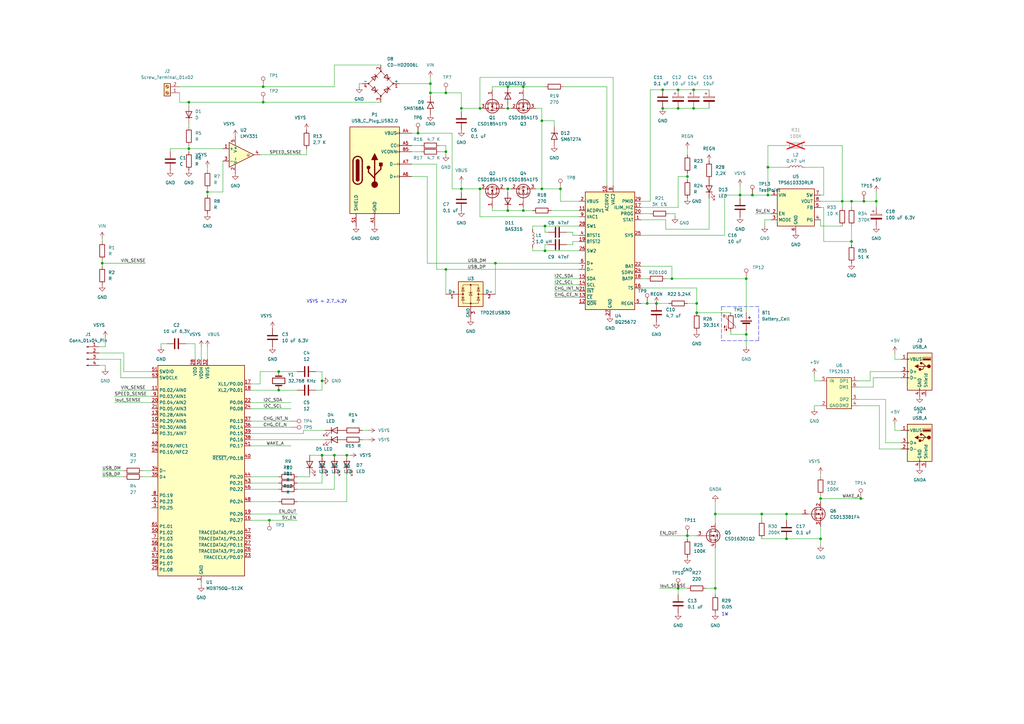
<source format=kicad_sch>
(kicad_sch (version 20230121) (generator eeschema)
  (paper "A3")
  (junction (at 349.25 82.55))
  (junction (at 278.13 44.45))
  (junction (at 345.44 82.55))
  (junction (at 322.58 220.98))
  (junction (at 278.13 241.3))
  (junction (at 132.08 156.21))
  (junction (at 229.87 77.47))
  (junction (at 196.85 44.45))
  (junction (at 275.59 114.3))
  (junction (at 265.43 124.46))
  (junction (at 203.2 107.95))
  (junction (at 306.07 114.3))
  (junction (at 110.49 213.36))
  (junction (at 271.78 44.45))
  (junction (at 349.25 99.06))
  (junction (at 107.95 41.91))
  (junction (at 222.25 49.53))
  (junction (at 214.63 35.56))
  (junction (at 306.07 137.16))
  (junction (at 114.3 152.4))
  (junction (at 271.78 36.83))
  (junction (at 208.28 44.45))
  (junction (at 354.33 82.55))
  (junction (at 41.91 107.95))
  (junction (at 196.85 77.47))
  (junction (at 284.48 44.45))
  (junction (at 303.53 80.01))
  (junction (at 281.94 219.71))
  (junction (at 208.28 77.47))
  (junction (at 77.47 41.91))
  (junction (at 359.41 82.55))
  (junction (at 293.37 241.3))
  (junction (at 308.61 80.01))
  (junction (at 223.52 102.87))
  (junction (at 107.95 35.56))
  (junction (at 142.24 186.69))
  (junction (at 223.52 92.71))
  (junction (at 314.96 80.01))
  (junction (at 114.3 160.02))
  (junction (at 137.16 186.69))
  (junction (at 214.63 86.36))
  (junction (at 189.23 44.45))
  (junction (at 182.88 62.23))
  (junction (at 278.13 36.83))
  (junction (at 312.42 210.82))
  (junction (at 85.09 78.74))
  (junction (at 189.23 77.47))
  (junction (at 285.75 128.27))
  (junction (at 353.06 204.47))
  (junction (at 285.75 124.46))
  (junction (at 293.37 210.82))
  (junction (at 208.28 35.56))
  (junction (at 281.94 72.39))
  (junction (at 77.47 60.96))
  (junction (at 336.55 204.47))
  (junction (at 182.88 110.49))
  (junction (at 176.53 38.1))
  (junction (at 314.96 68.58))
  (junction (at 284.48 36.83))
  (junction (at 208.28 86.36))
  (junction (at 132.08 186.69))
  (junction (at 269.24 124.46))
  (junction (at 176.53 34.29))
  (junction (at 222.25 77.47))
  (junction (at 182.88 38.1))
  (junction (at 171.45 54.61))
  (junction (at 336.55 220.98))
  (junction (at 322.58 210.82))
  (wire (pts (xy 69.85 62.23) (xy 69.85 60.96)))
  (wire (pts (xy 41.91 195.58) (xy 50.8 195.58)))
  (wire (pts (xy 322.58 68.58) (xy 314.96 68.58)))
  (wire (pts (xy 314.96 59.69) (xy 314.96 68.58)))
  (wire (pts (xy 299.72 135.89) (xy 299.72 137.16)))
  (wire (pts (xy 336.55 220.98) (xy 336.55 223.52)))
  (wire (pts (xy 41.91 107.95) (xy 59.69 107.95)))
  (wire (pts (xy 281.94 71.12) (xy 281.94 72.39)))
  (wire (pts (xy 132.08 156.21) (xy 132.08 160.02)))
  (wire (pts (xy 182.88 63.5) (xy 182.88 62.23)))
  (wire (pts (xy 218.44 93.98) (xy 218.44 92.71)))
  (wire (pts (xy 322.58 220.98) (xy 336.55 220.98)))
  (wire (pts (xy 201.93 36.83) (xy 201.93 35.56)))
  (wire (pts (xy 262.89 87.63) (xy 266.7 87.63)))
  (wire (pts (xy 336.55 194.31) (xy 336.55 195.58)))
  (polyline (pts (xy 295.91 139.7) (xy 311.15 139.7)) (stroke (width 0) (type dash)))
  (wire (pts (xy 306.07 137.16) (xy 306.07 135.89)))
  (wire (pts (xy 336.55 85.09) (xy 337.82 85.09)))
  (wire (pts (xy 132.08 198.12) (xy 132.08 194.31)))
  (wire (pts (xy 41.91 193.04) (xy 50.8 193.04)))
  (wire (pts (xy 297.18 80.01) (xy 303.53 80.01)))
  (wire (pts (xy 214.63 85.09) (xy 214.63 86.36)))
  (wire (pts (xy 43.18 151.13) (xy 43.18 149.86)))
  (wire (pts (xy 337.82 85.09) (xy 337.82 99.06)))
  (wire (pts (xy 269.24 124.46) (xy 274.32 124.46)))
  (wire (pts (xy 201.93 85.09) (xy 201.93 86.36)))
  (wire (pts (xy 336.55 215.9) (xy 336.55 220.98)))
  (wire (pts (xy 270.51 219.71) (xy 281.94 219.71)))
  (wire (pts (xy 77.47 41.91) (xy 77.47 43.18)))
  (wire (pts (xy 102.87 205.74) (xy 114.3 205.74)))
  (wire (pts (xy 218.44 92.71) (xy 223.52 92.71)))
  (wire (pts (xy 176.53 34.29) (xy 176.53 38.1)))
  (wire (pts (xy 73.66 41.91) (xy 73.66 38.1)))
  (wire (pts (xy 127 194.31) (xy 127 195.58)))
  (wire (pts (xy 314.96 68.58) (xy 314.96 80.01)))
  (wire (pts (xy 82.55 238.76) (xy 82.55 240.03)))
  (wire (pts (xy 262.89 96.52) (xy 297.18 96.52)))
  (wire (pts (xy 50.8 144.78) (xy 50.8 152.4)))
  (wire (pts (xy 322.58 210.82) (xy 322.58 213.36)))
  (wire (pts (xy 337.82 68.58) (xy 337.82 80.01)))
  (wire (pts (xy 147.32 35.56) (xy 147.32 34.29)))
  (wire (pts (xy 285.75 219.71) (xy 281.94 219.71)))
  (wire (pts (xy 121.92 205.74) (xy 142.24 205.74)))
  (wire (pts (xy 359.41 78.74) (xy 359.41 82.55)))
  (wire (pts (xy 132.08 152.4) (xy 129.54 152.4)))
  (wire (pts (xy 234.95 99.06) (xy 237.49 99.06)))
  (wire (pts (xy 284.48 44.45) (xy 290.83 44.45)))
  (wire (pts (xy 273.05 93.98) (xy 290.83 93.98)))
  (wire (pts (xy 293.37 241.3) (xy 293.37 243.84)))
  (wire (pts (xy 351.79 163.83) (xy 363.22 163.83)))
  (wire (pts (xy 43.18 138.43) (xy 43.18 142.24)))
  (wire (pts (xy 222.25 44.45) (xy 222.25 49.53)))
  (wire (pts (xy 185.42 54.61) (xy 185.42 77.47)))
  (wire (pts (xy 168.91 54.61) (xy 171.45 54.61)))
  (wire (pts (xy 262.89 109.22) (xy 275.59 109.22)))
  (wire (pts (xy 148.59 176.53) (xy 151.13 176.53)))
  (wire (pts (xy 180.34 62.23) (xy 182.88 62.23)))
  (wire (pts (xy 281.94 124.46) (xy 285.75 124.46)))
  (wire (pts (xy 281.94 63.5) (xy 281.94 60.96)))
  (wire (pts (xy 189.23 78.74) (xy 189.23 77.47)))
  (wire (pts (xy 77.47 60.96) (xy 91.44 60.96)))
  (wire (pts (xy 262.89 114.3) (xy 265.43 114.3)))
  (wire (pts (xy 363.22 181.61) (xy 369.57 181.61)))
  (wire (pts (xy 196.85 88.9) (xy 237.49 88.9)))
  (wire (pts (xy 147.32 34.29) (xy 148.59 34.29)))
  (wire (pts (xy 208.28 44.45) (xy 208.28 43.18)))
  (wire (pts (xy 182.88 110.49) (xy 237.49 110.49)))
  (wire (pts (xy 367.03 144.78) (xy 367.03 147.32)))
  (wire (pts (xy 293.37 210.82) (xy 312.42 210.82)))
  (wire (pts (xy 356.87 156.21) (xy 356.87 152.4)))
  (wire (pts (xy 82.55 142.24) (xy 82.55 147.32)))
  (wire (pts (xy 189.23 77.47) (xy 196.85 77.47)))
  (wire (pts (xy 345.44 82.55) (xy 345.44 85.09)))
  (wire (pts (xy 334.01 153.67) (xy 334.01 156.21)))
  (wire (pts (xy 58.42 195.58) (xy 62.23 195.58)))
  (wire (pts (xy 363.22 163.83) (xy 363.22 181.61)))
  (wire (pts (xy 290.83 81.28) (xy 290.83 93.98)))
  (wire (pts (xy 336.55 204.47) (xy 353.06 204.47)))
  (wire (pts (xy 179.07 67.31) (xy 179.07 110.49)))
  (wire (pts (xy 203.2 107.95) (xy 203.2 120.65)))
  (wire (pts (xy 102.87 213.36) (xy 110.49 213.36)))
  (wire (pts (xy 102.87 172.72) (xy 119.38 172.72)))
  (wire (pts (xy 299.72 137.16) (xy 306.07 137.16)))
  (wire (pts (xy 278.13 241.3) (xy 278.13 243.84)))
  (wire (pts (xy 262.89 124.46) (xy 265.43 124.46)))
  (wire (pts (xy 353.06 204.47) (xy 354.33 204.47)))
  (wire (pts (xy 266.7 36.83) (xy 266.7 82.55)))
  (wire (pts (xy 46.99 162.56) (xy 62.23 162.56)))
  (wire (pts (xy 102.87 195.58) (xy 114.3 195.58)))
  (wire (pts (xy 285.75 118.11) (xy 285.75 124.46)))
  (wire (pts (xy 336.55 90.17) (xy 336.55 92.71)))
  (wire (pts (xy 334.01 156.21) (xy 336.55 156.21)))
  (wire (pts (xy 127 186.69) (xy 132.08 186.69)))
  (wire (pts (xy 284.48 36.83) (xy 290.83 36.83)))
  (wire (pts (xy 273.05 90.17) (xy 273.05 93.98)))
  (wire (pts (xy 102.87 200.66) (xy 114.3 200.66)))
  (wire (pts (xy 132.08 152.4) (xy 132.08 156.21)))
  (wire (pts (xy 222.25 44.45) (xy 219.71 44.45)))
  (wire (pts (xy 132.08 186.69) (xy 137.16 186.69)))
  (wire (pts (xy 207.01 44.45) (xy 208.28 44.45)))
  (wire (pts (xy 219.71 77.47) (xy 222.25 77.47)))
  (wire (pts (xy 278.13 44.45) (xy 284.48 44.45)))
  (wire (pts (xy 303.53 76.2) (xy 303.53 80.01)))
  (wire (pts (xy 43.18 149.86) (xy 40.64 149.86)))
  (wire (pts (xy 349.25 82.55) (xy 349.25 85.09)))
  (wire (pts (xy 289.56 241.3) (xy 293.37 241.3)))
  (wire (pts (xy 77.47 41.91) (xy 107.95 41.91)))
  (wire (pts (xy 369.57 176.53) (xy 367.03 176.53)))
  (wire (pts (xy 66.04 142.24) (xy 66.04 140.97)))
  (wire (pts (xy 189.23 44.45) (xy 196.85 44.45)))
  (wire (pts (xy 107.95 41.91) (xy 156.21 41.91)))
  (wire (pts (xy 142.24 205.74) (xy 142.24 194.31)))
  (wire (pts (xy 285.75 128.27) (xy 299.72 128.27)))
  (wire (pts (xy 168.91 67.31) (xy 179.07 67.31)))
  (wire (pts (xy 309.88 87.63) (xy 316.23 87.63)))
  (wire (pts (xy 77.47 50.8) (xy 77.47 52.07)))
  (wire (pts (xy 106.68 157.48) (xy 102.87 157.48)))
  (wire (pts (xy 336.55 204.47) (xy 336.55 205.74)))
  (wire (pts (xy 179.07 110.49) (xy 182.88 110.49)))
  (wire (pts (xy 176.53 38.1) (xy 182.88 38.1)))
  (wire (pts (xy 175.26 72.39) (xy 168.91 72.39)))
  (wire (pts (xy 182.88 62.23) (xy 182.88 59.69)))
  (wire (pts (xy 293.37 214.63) (xy 293.37 210.82)))
  (wire (pts (xy 80.01 140.97) (xy 80.01 147.32)))
  (wire (pts (xy 313.69 90.17) (xy 316.23 90.17)))
  (wire (pts (xy 358.14 154.94) (xy 369.57 154.94)))
  (wire (pts (xy 354.33 82.55) (xy 349.25 82.55)))
  (wire (pts (xy 137.16 186.69) (xy 142.24 186.69)))
  (wire (pts (xy 222.25 77.47) (xy 229.87 77.47)))
  (wire (pts (xy 297.18 96.52) (xy 297.18 80.01)))
  (wire (pts (xy 208.28 44.45) (xy 209.55 44.45)))
  (wire (pts (xy 226.06 86.36) (xy 237.49 86.36)))
  (wire (pts (xy 214.63 35.56) (xy 208.28 35.56)))
  (wire (pts (xy 125.73 60.96) (xy 125.73 63.5)))
  (wire (pts (xy 278.13 85.09) (xy 278.13 72.39)))
  (wire (pts (xy 237.49 107.95) (xy 203.2 107.95)))
  (wire (pts (xy 237.49 102.87) (xy 223.52 102.87)))
  (wire (pts (xy 223.52 102.87) (xy 218.44 102.87)))
  (wire (pts (xy 201.93 35.56) (xy 208.28 35.56)))
  (wire (pts (xy 124.46 176.53) (xy 124.46 177.8)))
  (wire (pts (xy 121.92 198.12) (xy 132.08 198.12)))
  (wire (pts (xy 196.85 88.9) (xy 196.85 77.47)))
  (wire (pts (xy 85.09 77.47) (xy 85.09 78.74)))
  (wire (pts (xy 124.46 177.8) (xy 102.87 177.8)))
  (wire (pts (xy 308.61 80.01) (xy 314.96 80.01)))
  (wire (pts (xy 41.91 97.79) (xy 41.91 99.06)))
  (wire (pts (xy 214.63 86.36) (xy 218.44 86.36)))
  (wire (pts (xy 229.87 77.47) (xy 229.87 82.55)))
  (wire (pts (xy 262.89 85.09) (xy 278.13 85.09)))
  (wire (pts (xy 143.51 186.69) (xy 142.24 186.69)))
  (wire (pts (xy 293.37 205.74) (xy 293.37 210.82)))
  (wire (pts (xy 266.7 36.83) (xy 271.78 36.83)))
  (wire (pts (xy 360.68 184.15) (xy 360.68 166.37)))
  (wire (pts (xy 41.91 107.95) (xy 41.91 109.22)))
  (wire (pts (xy 69.85 60.96) (xy 77.47 60.96)))
  (wire (pts (xy 306.07 114.3) (xy 275.59 114.3)))
  (wire (pts (xy 227.33 52.07) (xy 227.33 49.53)))
  (wire (pts (xy 223.52 95.25) (xy 223.52 92.71)))
  (wire (pts (xy 336.55 92.71) (xy 345.44 92.71)))
  (wire (pts (xy 102.87 198.12) (xy 114.3 198.12)))
  (wire (pts (xy 222.25 49.53) (xy 222.25 77.47)))
  (wire (pts (xy 336.55 203.2) (xy 336.55 204.47)))
  (wire (pts (xy 168.91 59.69) (xy 172.72 59.69)))
  (wire (pts (xy 273.05 114.3) (xy 275.59 114.3)))
  (wire (pts (xy 73.66 35.56) (xy 107.95 35.56)))
  (wire (pts (xy 273.05 90.17) (xy 262.89 90.17)))
  (wire (pts (xy 358.14 158.75) (xy 351.79 158.75)))
  (wire (pts (xy 163.83 34.29) (xy 176.53 34.29)))
  (wire (pts (xy 248.92 76.2) (xy 248.92 35.56)))
  (wire (pts (xy 102.87 167.64) (xy 119.38 167.64)))
  (wire (pts (xy 49.53 147.32) (xy 49.53 154.94)))
  (wire (pts (xy 337.82 80.01) (xy 336.55 80.01)))
  (wire (pts (xy 85.09 142.24) (xy 85.09 147.32)))
  (wire (pts (xy 303.53 81.28) (xy 303.53 80.01)))
  (wire (pts (xy 214.63 35.56) (xy 223.52 35.56)))
  (wire (pts (xy 132.08 160.02) (xy 129.54 160.02)))
  (wire (pts (xy 227.33 121.92) (xy 237.49 121.92)))
  (wire (pts (xy 234.95 96.52) (xy 234.95 95.25)))
  (wire (pts (xy 114.3 152.4) (xy 121.92 152.4)))
  (wire (pts (xy 227.33 49.53) (xy 222.25 49.53)))
  (wire (pts (xy 171.45 54.61) (xy 185.42 54.61)))
  (wire (pts (xy 124.46 176.53) (xy 133.35 176.53)))
  (wire (pts (xy 85.09 78.74) (xy 85.09 80.01)))
  (wire (pts (xy 359.41 82.55) (xy 354.33 82.55)))
  (wire (pts (xy 137.16 200.66) (xy 137.16 194.31)))
  (wire (pts (xy 237.49 96.52) (xy 234.95 96.52)))
  (wire (pts (xy 349.25 92.71) (xy 349.25 99.06)))
  (wire (pts (xy 224.79 95.25) (xy 223.52 95.25)))
  (wire (pts (xy 276.86 88.9) (xy 276.86 87.63)))
  (wire (pts (xy 77.47 59.69) (xy 77.47 60.96)))
  (wire (pts (xy 293.37 224.79) (xy 293.37 241.3)))
  (wire (pts (xy 262.89 118.11) (xy 285.75 118.11)))
  (wire (pts (xy 271.78 36.83) (xy 278.13 36.83)))
  (wire (pts (xy 281.94 72.39) (xy 281.94 73.66)))
  (polyline (pts (xy 295.91 125.73) (xy 295.91 139.7)) (stroke (width 0) (type dash)))
  (wire (pts (xy 121.92 195.58) (xy 127 195.58)))
  (wire (pts (xy 227.33 116.84) (xy 237.49 116.84)))
  (wire (pts (xy 40.64 147.32) (xy 49.53 147.32)))
  (wire (pts (xy 77.47 60.96) (xy 77.47 62.23)))
  (wire (pts (xy 91.44 78.74) (xy 85.09 78.74)))
  (wire (pts (xy 229.87 82.55) (xy 237.49 82.55)))
  (wire (pts (xy 207.01 77.47) (xy 208.28 77.47)))
  (wire (pts (xy 359.41 85.09) (xy 359.41 82.55)))
  (wire (pts (xy 337.82 99.06) (xy 349.25 99.06)))
  (wire (pts (xy 276.86 87.63) (xy 274.32 87.63)))
  (wire (pts (xy 285.75 124.46) (xy 285.75 128.27)))
  (wire (pts (xy 41.91 106.68) (xy 41.91 107.95)))
  (wire (pts (xy 102.87 180.34) (xy 133.35 180.34)))
  (wire (pts (xy 278.13 72.39) (xy 281.94 72.39)))
  (wire (pts (xy 322.58 59.69) (xy 314.96 59.69)))
  (wire (pts (xy 367.03 147.32) (xy 369.57 147.32)))
  (wire (pts (xy 43.18 142.24) (xy 40.64 142.24)))
  (wire (pts (xy 367.03 173.99) (xy 367.03 176.53)))
  (wire (pts (xy 330.2 59.69) (xy 345.44 59.69)))
  (wire (pts (xy 208.28 77.47) (xy 209.55 77.47)))
  (polyline (pts (xy 295.91 125.73) (xy 311.15 125.73)) (stroke (width 0) (type dash)))
  (wire (pts (xy 232.41 100.33) (xy 234.95 100.33)))
  (wire (pts (xy 102.87 165.1) (xy 119.38 165.1)))
  (wire (pts (xy 360.68 166.37) (xy 351.79 166.37)))
  (wire (pts (xy 270.51 241.3) (xy 278.13 241.3)))
  (wire (pts (xy 266.7 82.55) (xy 262.89 82.55)))
  (wire (pts (xy 313.69 92.71) (xy 313.69 90.17)))
  (wire (pts (xy 214.63 36.83) (xy 214.63 35.56)))
  (wire (pts (xy 76.2 140.97) (xy 80.01 140.97)))
  (wire (pts (xy 336.55 82.55) (xy 345.44 82.55)))
  (wire (pts (xy 312.42 220.98) (xy 322.58 220.98)))
  (wire (pts (xy 102.87 210.82) (xy 121.92 210.82)))
  (wire (pts (xy 208.28 77.47) (xy 208.28 78.74)))
  (wire (pts (xy 231.14 35.56) (xy 248.92 35.56)))
  (wire (pts (xy 349.25 99.06) (xy 349.25 100.33)))
  (wire (pts (xy 345.44 59.69) (xy 345.44 82.55)))
  (wire (pts (xy 312.42 213.36) (xy 312.42 210.82)))
  (wire (pts (xy 265.43 124.46) (xy 269.24 124.46)))
  (wire (pts (xy 114.3 152.4) (xy 106.68 152.4)))
  (wire (pts (xy 182.88 110.49) (xy 182.88 120.65)))
  (wire (pts (xy 330.2 68.58) (xy 337.82 68.58)))
  (wire (pts (xy 306.07 114.3) (xy 306.07 128.27)))
  (wire (pts (xy 182.88 59.69) (xy 180.34 59.69)))
  (polyline (pts (xy 311.15 139.7) (xy 311.15 125.73)) (stroke (width 0) (type dash)))
  (wire (pts (xy 182.88 38.1) (xy 189.23 38.1)))
  (wire (pts (xy 137.16 26.67) (xy 137.16 35.56)))
  (wire (pts (xy 102.87 182.88) (xy 119.38 182.88)))
  (wire (pts (xy 203.2 107.95) (xy 175.26 107.95)))
  (wire (pts (xy 218.44 102.87) (xy 218.44 101.6)))
  (wire (pts (xy 334.01 167.64) (xy 334.01 166.37)))
  (wire (pts (xy 189.23 45.72) (xy 189.23 44.45)))
  (wire (pts (xy 91.44 66.04) (xy 91.44 78.74)))
  (wire (pts (xy 251.46 76.2) (xy 251.46 31.75)))
  (wire (pts (xy 102.87 160.02) (xy 114.3 160.02)))
  (wire (pts (xy 114.3 160.02) (xy 121.92 160.02)))
  (wire (pts (xy 62.23 160.02) (xy 49.53 160.02)))
  (wire (pts (xy 306.07 142.24) (xy 306.07 137.16)))
  (wire (pts (xy 278.13 36.83) (xy 284.48 36.83)))
  (wire (pts (xy 334.01 166.37) (xy 336.55 166.37)))
  (wire (pts (xy 46.99 165.1) (xy 62.23 165.1)))
  (wire (pts (xy 189.23 74.93) (xy 189.23 77.47)))
  (wire (pts (xy 106.68 63.5) (xy 125.73 63.5)))
  (wire (pts (xy 312.42 210.82) (xy 322.58 210.82)))
  (wire (pts (xy 227.33 114.3) (xy 237.49 114.3)))
  (wire (pts (xy 168.91 62.23) (xy 172.72 62.23)))
  (wire (pts (xy 189.23 38.1) (xy 189.23 44.45)))
  (wire (pts (xy 156.21 26.67) (xy 137.16 26.67)))
  (wire (pts (xy 223.52 92.71) (xy 237.49 92.71)))
  (wire (pts (xy 102.87 175.26) (xy 119.38 175.26)))
  (wire (pts (xy 271.78 44.45) (xy 278.13 44.45)))
  (wire (pts (xy 176.53 31.75) (xy 176.53 34.29)))
  (wire (pts (xy 234.95 100.33) (xy 234.95 99.06)))
  (wire (pts (xy 196.85 31.75) (xy 196.85 44.45)))
  (wire (pts (xy 107.95 35.56) (xy 137.16 35.56)))
  (wire (pts (xy 106.68 152.4) (xy 106.68 157.48)))
  (wire (pts (xy 356.87 152.4) (xy 369.57 152.4)))
  (wire (pts (xy 148.59 180.34) (xy 151.13 180.34)))
  (wire (pts (xy 49.53 154.94) (xy 62.23 154.94)))
  (wire (pts (xy 351.79 156.21) (xy 356.87 156.21)))
  (wire (pts (xy 223.52 100.33) (xy 223.52 102.87)))
  (wire (pts (xy 227.33 119.38) (xy 237.49 119.38)))
  (wire (pts (xy 50.8 152.4) (xy 62.23 152.4)))
  (wire (pts (xy 121.92 200.66) (xy 137.16 200.66)))
  (wire (pts (xy 224.79 100.33) (xy 223.52 100.33)))
  (wire (pts (xy 281.94 219.71) (xy 281.94 220.98)))
  (wire (pts (xy 303.53 80.01) (xy 308.61 80.01)))
  (wire (pts (xy 176.53 38.1) (xy 176.53 39.37)))
  (wire (pts (xy 322.58 210.82) (xy 328.93 210.82)))
  (wire (pts (xy 185.42 77.47) (xy 189.23 77.47)))
  (wire (pts (xy 275.59 109.22) (xy 275.59 114.3)))
  (wire (pts (xy 175.26 107.95) (xy 175.26 72.39)))
  (wire (pts (xy 281.94 241.3) (xy 278.13 241.3)))
  (wire (pts (xy 360.68 184.15) (xy 369.57 184.15)))
  (wire (pts (xy 214.63 86.36) (xy 208.28 86.36)))
  (wire (pts (xy 110.49 213.36) (xy 121.92 213.36)))
  (wire (pts (xy 358.14 154.94) (xy 358.14 158.75)))
  (wire (pts (xy 201.93 86.36) (xy 208.28 86.36)))
  (wire (pts (xy 234.95 95.25) (xy 232.41 95.25)))
  (wire (pts (xy 314.96 80.01) (xy 316.23 80.01)))
  (wire (pts (xy 58.42 193.04) (xy 62.23 193.04)))
  (wire (pts (xy 73.66 41.91) (xy 77.47 41.91)))
  (wire (pts (xy 40.64 144.78) (xy 50.8 144.78)))
  (wire (pts (xy 345.44 82.55) (xy 349.25 82.55)))
  (wire (pts (xy 85.09 68.58) (xy 85.09 69.85)))
  (wire (pts (xy 66.04 140.97) (xy 68.58 140.97)))
  (wire (pts (xy 251.46 31.75) (xy 196.85 31.75)))
  (text "VSYS = 2,7..4,2V" (at 125.73 124.46 0) (effects (font (size 1.27 1.27)) (justify left bottom)))
  (text "1W" (at 295.91 252.73 0) (effects (font (size 1.27 1.27)) (justify left bottom)))
  (label "WAKE_A" (at 345.44 204.47 0))
  (label "USB_DP" (at 41.91 195.58 0))
  (label "SPEED_SENSE" (at 46.99 162.56 0))
  (label "USB_DM" (at 41.91 193.04 0))
  (label "CHG_CE_N" (at 227.33 121.92 0))
  (label "USB_DP" (at 191.77 110.49 0))
  (label "VIN_SENSE" (at 49.53 107.95 0))
  (label "CHG_INT_N" (at 227.33 119.38 0))
  (label "5V_EN" (at 115.57 213.36 0))
  (label "CHG_CE_N" (at 107.95 175.26 0))
  (label "I2C_SDA" (at 227.33 114.3 0))
  (label "I2C_SCL" (at 107.95 167.64 0))
  (label "5V_EN" (at 309.88 87.63 0))
  (label "I2C_SCL" (at 227.33 116.84 0))
  (label "EN_OUT" (at 114.3 210.82 0))
  (label "WAKE_A" (at 109.22 182.88 0))
  (label "USB_DM" (at 191.77 107.95 0))
  (label "EN_OUT" (at 270.51 219.71 0))
  (label "Iout_SENSE" (at 270.51 241.3 0))
  (label "CHG_INT_N" (at 107.95 172.72 0))
  (label "SPEED_SENSE" (at 110.49 63.5 0))
  (label "Iout_SENSE" (at 46.99 165.1 0))
  (label "I2C_SDA" (at 107.95 165.1 0))
  (label "VIN_SENSE" (at 49.53 160.02 0))
  (symbol (lib_id "Device:R") (at 176.53 59.69 90) (unit 1)
    (property "Reference" "R16" (at 171.45 57.15 90))
    (property "Value" "4,7 K" (at 177.8 57.15 90))
  )
  (symbol (lib_id "charger:REGN") (at 269.24 124.46 0) (unit 1)
    (property "Reference" "#PWR034" (effects hide))
    (property "Value" "REGN" (at 269.24 120.65 0))
  )
  (symbol (lib_id "Device:R") (at 326.39 59.69 90) (unit 1) (dnp yes)
    (property "Reference" "R31" (at 326.39 53.34 90))
    (property "Value" "100K" (at 326.39 55.88 90))
  )
  (symbol (lib_id "power:GNDA") (at 293.37 205.74 180) (unit 1)
    (property "Reference" "#PWR044" (effects hide))
    (property "Value" "GNDA" (at 293.37 200.66 0))
  )
  (symbol (lib_id "charger:VSYS") (at 151.13 180.34 270) (unit 1)
    (property "Reference" "#PWR023" (effects hide))
    (property "Value" "VSYS" (at 157.48 180.34 90))
  )
  (symbol (lib_id "charger:VSYS") (at 111.76 134.62 0) (unit 1)
    (property "Reference" "#PWR015" (effects hide))
    (property "Value" "VSYS" (at 109.22 129.54 0))
  )
  (symbol (lib_id "Device:R") (at 349.25 88.9 0) (unit 1)
    (property "Reference" "R34" (at 351.79 87.63 0) (effects (justify left)))
    (property "Value" "370K" (at 351.79 90.17 0) (effects (justify left)))
  )
  (symbol (lib_id "Device:R") (at 77.47 66.04 180) (unit 1)
    (property "Reference" "R6" (at 80.01 64.77 0) (effects (justify right)))
    (property "Value" "R" (at 80.01 67.31 0) (effects (justify right)))
  )
  (symbol (lib_id "Device:LED") (at 127 190.5 90) (unit 1)
    (property "Reference" "D2" (at 130.81 190.8175 90) (effects (justify right)))
    (property "Value" "LED" (at 130.81 193.3575 90) (effects (justify right)))
    (property "Footprint" "LED_SMD:LED_0805_2012Metric_Pad1.15x1.40mm_HandSolder" (effects hide))
  )
  (symbol (lib_id "Device:C") (at 125.73 152.4 90) (unit 1)
    (property "Reference" "C4" (at 125.73 144.78 90))
    (property "Value" "12" (at 125.73 147.32 90))
    (property "Footprint" "Capacitor_SMD:C_0805_2012Metric_Pad1.18x1.45mm_HandSolder" (effects hide))
  )
  (symbol (lib_id "Device:Q_NMOS_GSD") (at 214.63 41.91 270) (unit 1)
    (property "Reference" "Q3" (at 214.63 50.8 90))
    (property "Value" "CSD18541F5" (at 214.63 48.26 90))
  )
  (symbol (lib_id "charger:VIN") (at 176.53 31.75 0) (unit 1)
    (property "Reference" "#PWR025" (effects hide))
    (property "Value" "VIN" (at 176.53 26.67 0))
  )
  (symbol (lib_id "Device:R") (at 118.11 198.12 270) (unit 1)
    (property "Reference" "R10" (at 118.11 191.77 90))
    (property "Value" "R" (at 118.11 194.31 90))
  )
  (symbol (lib_id "power:GND") (at 189.23 53.34 0) (unit 1)
    (property "Reference" "#PWR028" (effects hide))
    (property "Value" "GND" (at 189.23 58.42 0))
  )
  (symbol (lib_id "power:GND") (at 43.18 151.13 0) (unit 1)
    (property "Reference" "#PWR04" (effects hide))
    (property "Value" "GND" (at 43.18 156.21 0))
  )
  (symbol (lib_id "Device:R") (at 77.47 55.88 180) (unit 1)
    (property "Reference" "R5" (at 80.01 54.61 0) (effects (justify right)))
    (property "Value" "R" (at 80.01 57.15 0) (effects (justify right)))
  )
  (symbol (lib_id "power:GND") (at 313.69 92.71 0) (unit 1)
    (property "Reference" "#PWR049" (effects hide))
    (property "Value" "GND" (at 313.69 97.79 0))
  )
  (symbol (lib_id "power:GND") (at 336.55 223.52 0) (unit 1)
    (property "Reference" "#PWR054" (effects hide))
    (property "Value" "GND" (at 336.55 228.6 0))
  )
  (symbol (lib_id "Connector:TestPoint") (at 171.45 54.61 0) (unit 1)
    (property "Reference" "TP6" (at 171.45 48.26 0))
    (property "Value" "TestPoint" (effects hide))
    (property "Footprint" "TestPoint:TestPoint_Pad_D1.5mm" (effects hide))
  )
  (symbol (lib_id "Device:R") (at 54.61 195.58 90) (unit 1)
    (property "Reference" "R4" (at 54.61 199.39 90))
    (property "Value" "27" (at 54.61 201.93 90))
  )
  (symbol (lib_id "Connector:TestPoint") (at 353.06 204.47 0) (unit 1)
    (property "Reference" "TP14" (at 350.52 198.12 0) (effects (justify left)))
    (property "Value" "TestPoint" (effects hide))
    (property "Footprint" "TestPoint:TestPoint_Pad_D1.5mm" (effects hide))
  )
  (symbol (lib_id "power:GND") (at 146.05 92.71 0) (unit 1)
    (property "Reference" "#PWR020" (effects hide))
    (property "Value" "GND" (at 146.05 97.79 0))
  )
  (symbol (lib_id "Device:R") (at 222.25 86.36 90) (unit 1)
    (property "Reference" "R18" (at 222.25 80.01 90))
    (property "Value" "270" (at 222.25 82.55 90))
  )
  (symbol (lib_id "Interface_USB:TPS2513") (at 344.17 161.29 0) (unit 1)
    (property "Reference" "U6" (at 344.17 149.86 0))
    (property "Value" "TPS2513" (at 344.17 152.4 0))
    (property "Footprint" "Package_TO_SOT_SMD:SOT-23-6" (effects hide))
    (property "Datasheet" "http://www.ti.com/lit/ds/symlink/tps2513.pdf" (effects hide))
  )
  (symbol (lib_id "charger:VSYS") (at 43.18 138.43 0) (unit 1)
    (property "Reference" "#PWR03" (effects hide))
    (property "Value" "VSYS" (at 40.64 133.35 0))
  )
  (symbol (lib_id "power:GND") (at 281.94 81.28 0) (unit 1)
    (property "Reference" "#PWR040" (effects hide))
    (property "Value" "GND" (at 285.75 82.55 0))
  )
  (symbol (lib_id "power:GND") (at 182.88 63.5 0) (unit 1)
    (property "Reference" "#PWR027" (effects hide))
    (property "Value" "GND" (at 182.88 68.58 0))
  )
  (symbol (lib_id "Device:C_Polarized") (at 278.13 40.64 0) (unit 1)
    (property "Reference" "C12" (at 275.59 31.75 0) (effects (justify left)))
    (property "Value" "10 uF" (at 275.59 34.29 0) (effects (justify left)))
    (property "Footprint" "Capacitor_SMD:CP_Elec_5x3" (effects hide))
  )
  (symbol (lib_id "power:GND") (at 96.52 71.12 0) (unit 1)
    (property "Reference" "#PWR014" (effects hide))
    (property "Value" "GND" (at 96.52 76.2 0))
  )
  (symbol (lib_id "Device:Q_NMOS_GSD") (at 201.93 80.01 90) (unit 1)
    (property "Reference" "Q2" (at 201.93 71.12 90))
    (property "Value" "CSD18541F5" (at 201.93 73.66 90))
  )
  (symbol (lib_id "Device:LED") (at 142.24 190.5 90) (unit 1)
    (property "Reference" "D7" (at 146.05 190.8175 90) (effects (justify right)))
    (property "Value" "LED" (at 146.05 193.3575 90) (effects (justify right)))
    (property "Footprint" "LED_SMD:LED_0805_2012Metric_Pad1.15x1.40mm_HandSolder" (effects hide))
  )
  (symbol (lib_id "charger:BQ25672") (at 250.19 104.14 0) (unit 1)
    (property "Reference" "U4" (at 252.1459 129.54 0) (effects (justify left)))
    (property "Value" "BQ25672" (at 252.1459 132.08 0) (effects (justify left)))
    (property "Footprint" "Package_DFN_QFN:Texas_S-PWQFN-N24_EP2.7x2.7mm_ThermalVias" (effects hide))
    (property "Datasheet" "http://www.ti.com/lit/ds/symlink/bq25672.pdf" (effects hide))
  )
  (symbol (lib_id "power:+5V") (at 334.01 153.67 0) (unit 1)
    (property "Reference" "#PWR051" (effects hide))
    (property "Value" "+5V" (at 334.01 148.59 0))
  )
  (symbol (lib_id "Device:R") (at 125.73 57.15 180) (unit 1)
    (property "Reference" "R13" (at 128.27 55.88 0) (effects (justify right)))
    (property "Value" "2,7 K" (at 128.27 58.42 0) (effects (justify right)))
  )
  (symbol (lib_id "charger:VSYS") (at 303.53 76.2 0) (unit 1)
    (property "Reference" "#PWR046" (effects hide))
    (property "Value" "VSYS" (at 303.53 71.12 0))
  )
  (symbol (lib_id "Device:R") (at 281.94 224.79 180) (unit 1)
    (property "Reference" "R25" (at 284.48 223.52 0) (effects (justify right)))
    (property "Value" "100K" (at 284.48 226.06 0) (effects (justify right)))
  )
  (symbol (lib_id "power:GND") (at 359.41 92.71 0) (unit 1)
    (property "Reference" "#PWR057" (effects hide))
    (property "Value" "GND" (at 359.41 97.79 0))
  )
  (symbol (lib_id "Device:R") (at 293.37 247.65 180) (unit 1)
    (property "Reference" "R29" (at 295.91 246.38 0) (effects (justify right)))
    (property "Value" "0.05" (at 295.91 248.92 0) (effects (justify right)))
  )
  (symbol (lib_id "Connector:USB_C_Plug_USB2.0") (at 153.67 69.85 0) (unit 1)
    (property "Reference" "P1" (at 153.67 46.99 0))
    (property "Value" "USB_C_Plug_USB2.0" (at 153.67 49.53 0))
    (property "Datasheet" "https://www.usb.org/sites/default/files/documents/usb_type-c.zip" (effects hide))
  )
  (symbol (lib_id "Diode:SM6T68A") (at 176.53 43.18 270) (unit 1)
    (property "Reference" "D9" (at 173.99 41.91 90) (effects (justify right)))
    (property "Value" "SM6T68A" (at 173.99 44.45 90) (effects (justify right)))
    (property "Footprint" "Diode_SMD:D_SMB" (effects hide))
    (property "Datasheet" "https://www.st.com/resource/en/datasheet/sm6t.pdf" (effects hide))
  )
  (symbol (lib_id "Device:R") (at 290.83 69.85 0) (unit 1)
    (property "Reference" "R28" (at 293.37 68.58 0) (effects (justify left)))
    (property "Value" "2,2K" (at 293.37 71.12 0) (effects (justify left)))
  )
  (symbol (lib_id "charger:VSYS") (at 143.51 186.69 270) (unit 1)
    (property "Reference" "#PWR019" (effects hide))
    (property "Value" "VSYS" (at 149.86 186.69 90))
  )
  (symbol (lib_id "Device:C") (at 111.76 138.43 0) (unit 1)
    (property "Reference" "C3" (at 115.57 137.16 0) (effects (justify left)))
    (property "Value" "10 uF 6,3V" (at 115.57 139.7 0) (effects (justify left)))
    (property "Footprint" "Capacitor_SMD:C_0805_2012Metric_Pad1.18x1.45mm_HandSolder" (effects hide))
  )
  (symbol (lib_id "Device:LED") (at 137.16 180.34 0) (unit 1)
    (property "Reference" "D5" (at 130.81 184.15 0))
    (property "Value" "LED" (at 134.62 184.15 0))
    (property "Footprint" "LED_SMD:LED_0805_2012Metric_Pad1.15x1.40mm_HandSolder" (effects hide))
  )
  (symbol (lib_id "power:GND") (at 303.53 88.9 0) (unit 1)
    (property "Reference" "#PWR047" (effects hide))
    (property "Value" "GND" (at 303.53 93.98 0))
  )
  (symbol (lib_id "Device:C") (at 269.24 128.27 180) (unit 1)
    (property "Reference" "C10" (at 273.05 127 0) (effects (justify right)))
    (property "Value" "4,7 uF" (at 273.05 129.54 0) (effects (justify right)))
    (property "Footprint" "Capacitor_SMD:C_0805_2012Metric_Pad1.18x1.45mm_HandSolder" (effects hide))
  )
  (symbol (lib_id "power:GND") (at 111.76 142.24 0) (unit 1)
    (property "Reference" "#PWR016" (effects hide))
    (property "Value" "GND" (at 111.76 147.32 0))
  )
  (symbol (lib_id "Device:R") (at 118.11 200.66 270) (unit 1)
    (property "Reference" "R11" (at 118.11 194.31 90))
    (property "Value" "R" (at 118.11 196.85 90))
  )
  (symbol (lib_id "Device:R") (at 176.53 62.23 90) (unit 1)
    (property "Reference" "R17" (at 171.45 64.77 90))
    (property "Value" "4,7 K" (at 177.8 64.77 90))
  )
  (symbol (lib_id "Device:R") (at 270.51 87.63 90) (unit 1)
    (property "Reference" "R21" (at 270.51 81.28 90))
    (property "Value" "3K 1%" (at 270.51 83.82 90))
  )
  (symbol (lib_id "Device:LED") (at 132.08 190.5 90) (unit 1)
    (property "Reference" "D3" (at 135.89 190.8175 90) (effects (justify right)))
    (property "Value" "LED" (at 135.89 193.3575 90) (effects (justify right)))
    (property "Footprint" "LED_SMD:LED_0805_2012Metric_Pad1.15x1.40mm_HandSolder" (effects hide))
  )
  (symbol (lib_id "power:+5V") (at 359.41 78.74 0) (unit 1)
    (property "Reference" "#PWR056" (effects hide))
    (property "Value" "+5V" (at 359.41 73.66 0))
  )
  (symbol (lib_id "power:GND") (at 278.13 251.46 0) (unit 1)
    (property "Reference" "#PWR038" (effects hide))
    (property "Value" "GND" (at 278.13 256.54 0))
  )
  (symbol (lib_id "Device:C_Polarized") (at 284.48 40.64 0) (unit 1)
    (property "Reference" "C14" (at 281.94 31.75 0) (effects (justify left)))
    (property "Value" "10uF" (at 281.94 34.29 0) (effects (justify left)))
    (property "Footprint" "Capacitor_SMD:CP_Elec_5x3" (effects hide))
  )
  (symbol (lib_id "power:GNDA") (at 377.19 162.56 0) (unit 1)
    (property "Reference" "#PWR060" (effects hide))
    (property "Value" "GNDA" (at 377.19 167.64 0))
  )
  (symbol (lib_id "Device:R") (at 54.61 193.04 90) (unit 1)
    (property "Reference" "R3" (at 54.61 186.69 90))
    (property "Value" "27" (at 54.61 189.23 90))
  )
  (symbol (lib_id "Device:R") (at 349.25 104.14 0) (unit 1)
    (property "Reference" "R35" (at 351.79 102.87 0) (effects (justify left)))
    (property "Value" "51 K" (at 351.79 105.41 0) (effects (justify left)))
  )
  (symbol (lib_id "Connector:TestPoint") (at 107.95 41.91 0) (unit 1)
    (property "Reference" "TP2" (at 110.49 37.338 0) (effects (justify left)))
    (property "Value" "TestPoint" (effects hide))
    (property "Footprint" "TestPoint:TestPoint_Pad_D1.5mm" (effects hide))
  )
  (symbol (lib_id "Device:C") (at 303.53 85.09 0) (unit 1)
    (property "Reference" "C16" (at 298.45 96.52 0) (effects (justify left)))
    (property "Value" "10 uF" (at 298.45 99.06 0) (effects (justify left)))
    (property "Footprint" "Capacitor_SMD:C_0805_2012Metric_Pad1.18x1.45mm_HandSolder" (effects hide))
  )
  (symbol (lib_id "Connector:Screw_Terminal_01x02") (at 68.58 38.1 180) (unit 1)
    (property "Reference" "J2" (at 68.58 29.21 0))
    (property "Value" "Screw_Terminal_01x02" (at 68.58 31.75 0))
  )
  (symbol (lib_id "Connector:TestPoint") (at 265.43 124.46 0) (unit 1)
    (property "Reference" "TP9" (at 261.62 119.38 0) (effects (justify left)))
    (property "Value" "TestPoint" (effects hide))
    (property "Footprint" "TestPoint:TestPoint_Pad_D1.5mm" (effects hide))
  )
  (symbol (lib_id "Device:LED") (at 290.83 77.47 90) (unit 1)
    (property "Reference" "D13" (at 294.64 77.7875 90) (effects (justify right)))
    (property "Value" "LED" (at 294.64 80.3275 90) (effects (justify right)))
    (property "Footprint" "LED_SMD:LED_0805_2012Metric_Pad1.15x1.40mm_HandSolder" (effects hide))
  )
  (symbol (lib_id "Device:Q_NMOS_GDS") (at 334.01 210.82 0) (unit 1)
    (property "Reference" "Q6" (at 340.36 209.55 0) (effects (justify left)))
    (property "Value" "CSD13381F4" (at 340.36 212.09 0) (effects (justify left)))
  )
  (symbol (lib_id "Device:R") (at 41.91 102.87 180) (unit 1)
    (property "Reference" "R1" (at 44.45 101.6 0) (effects (justify right)))
    (property "Value" "R" (at 44.45 104.14 0) (effects (justify right)))
  )
  (symbol (lib_id "Connector:TestPoint") (at 110.49 213.36 180) (unit 1)
    (property "Reference" "TP3" (at 113.03 215.392 0) (effects (justify right)))
    (property "Value" "5V_EN" (effects hide))
    (property "Footprint" "TestPoint:TestPoint_Pad_D1.5mm" (effects hide))
  )
  (symbol (lib_id "Device:Crystal") (at 114.3 156.21 90) (unit 1)
    (property "Reference" "Y1" (at 118.11 153.67 90) (effects (justify right)))
    (property "Value" "32,768 KHz" (at 118.11 156.21 90) (effects (justify right)))
  )
  (symbol (lib_id "Power_Protection:TPD2EUSB30") (at 193.04 120.65 0) (unit 1)
    (property "Reference" "U3" (at 193.04 114.3 0))
    (property "Value" "TPD2EUSB30" (at 203.2 128.27 0))
    (property "Footprint" "Package_TO_SOT_SMD:Texas_DRT-3" (effects hide))
    (property "Datasheet" "http://www.ti.com/lit/ds/symlink/tpd2eusb30a.pdf" (effects hide))
  )
  (symbol (lib_id "power:GND") (at 326.39 95.25 0) (unit 1)
    (property "Reference" "#PWR050" (effects hide))
    (property "Value" "GND" (at 326.39 100.33 0))
  )
  (symbol (lib_id "charger:REGN") (at 281.94 60.96 0) (unit 1)
    (property "Reference" "#PWR039" (effects hide))
    (property "Value" "REGN" (at 281.94 55.88 0))
  )
  (symbol (lib_id "charger:VIN") (at 41.91 97.79 0) (unit 1)
    (property "Reference" "#PWR01" (effects hide))
    (property "Value" "VIN" (at 41.91 92.71 0))
  )
  (symbol (lib_id "Device:C_Polarized") (at 359.41 88.9 0) (unit 1)
    (property "Reference" "C18" (at 363.22 86.741 0) (effects (justify left)))
    (property "Value" "100 uF 6,3V" (at 363.22 89.281 0) (effects (justify left)))
    (property "Footprint" "Capacitor_Tantalum_SMD:CP_EIA-3216-10_Kemet-I_Pad1.58x1.35mm_HandSolder" (effects hide))
  )
  (symbol (lib_id "Device:C") (at 189.23 82.55 0) (unit 1)
    (property "Reference" "C7" (at 181.61 83.82 0) (effects (justify left)))
    (property "Value" "0,1 uF" (at 181.61 86.36 0) (effects (justify left)))
    (property "Footprint" "Capacitor_SMD:C_0805_2012Metric_Pad1.18x1.45mm_HandSolder" (effects hide))
  )
  (symbol (lib_id "Connector:TestPoint") (at 229.87 77.47 0) (unit 1)
    (property "Reference" "TP8" (at 232.41 72.898 0) (effects (justify left)))
    (property "Value" "TestPoint" (effects hide))
    (property "Footprint" "TestPoint:TestPoint_Pad_D1.5mm" (effects hide))
  )
  (symbol (lib_id "Device:R") (at 278.13 124.46 90) (unit 1)
    (property "Reference" "R22" (at 275.59 120.65 90))
    (property "Value" "5,24K" (at 280.67 120.65 90))
  )
  (symbol (lib_id "RF_Module:MDBT50Q-512K") (at 82.55 193.04 0) (unit 1)
    (property "Reference" "U1" (at 84.5059 238.76 0) (effects (justify left)))
    (property "Value" "MDBT50Q-512K" (at 84.5059 241.3 0) (effects (justify left)))
    (property "Footprint" "RF_Module:Raytac_MDBT50Q" (effects hide))
    (property "Datasheet" "https://www.raytac.com/download/index.php?index_id=46" (effects hide))
  )
  (symbol (lib_id "charger:VSYS") (at 85.09 68.58 0) (unit 1)
    (property "Reference" "#PWR010" (effects hide))
    (property "Value" "VSYS" (at 82.55 63.5 0))
  )
  (symbol (lib_id "charger:REGN") (at 290.83 66.04 0) (unit 1)
    (property "Reference" "#PWR043" (effects hide))
    (property "Value" "REGN" (at 290.83 60.96 0))
  )
  (symbol (lib_id "Device:LED") (at 137.16 190.5 90) (unit 1)
    (property "Reference" "D6" (at 140.97 190.8175 90) (effects (justify right)))
    (property "Value" "LED" (at 140.97 193.3575 90) (effects (justify right)))
    (property "Footprint" "LED_SMD:LED_0805_2012Metric_Pad1.15x1.40mm_HandSolder" (effects hide))
  )
  (symbol (lib_id "power:GND") (at 285.75 135.89 0) (unit 1)
    (property "Reference" "#PWR042" (effects hide))
    (property "Value" "GND" (at 285.75 140.97 0))
  )
  (symbol (lib_id "Device:LED") (at 137.16 176.53 0) (unit 1)
    (property "Reference" "D4" (at 135.5725 170.18 0))
    (property "Value" "LED" (at 135.5725 172.72 0))
    (property "Footprint" "LED_SMD:LED_0805_2012Metric_Pad1.15x1.40mm_HandSolder" (effects hide))
  )
  (symbol (lib_id "Connector:TestPoint") (at 308.61 80.01 0) (unit 1)
    (property "Reference" "TP13" (at 311.15 75.438 0) (effects (justify left)))
    (property "Value" "TestPoint" (at 311.15 77.978 0) (effects (justify left)))
    (property "Footprint" "TestPoint:TestPoint_Pad_D1.5mm" (effects hide))
  )
  (symbol (lib_id "power:GND") (at 281.94 228.6 0) (unit 1)
    (property "Reference" "#PWR041" (effects hide))
    (property "Value" "GND" (at 281.94 233.68 0))
  )
  (symbol (lib_id "Device:Q_NMOS_GSD") (at 214.63 80.01 270) (mirror x) (unit 1)
    (property "Reference" "Q4" (at 214.63 71.12 90))
    (property "Value" "CSD18541F5" (at 214.63 73.66 90))
  )
  (symbol (lib_id "power:GND") (at 269.24 132.08 0) (unit 1)
    (property "Reference" "#PWR035" (effects hide))
    (property "Value" "GND" (at 269.24 137.16 0))
  )
  (symbol (lib_id "power:GND") (at 276.86 88.9 0) (unit 1)
    (property "Reference" "#PWR037" (effects hide))
    (property "Value" "GND" (at 280.67 91.44 0))
  )
  (symbol (lib_id "Diode:SM6T27A") (at 227.33 55.88 270) (unit 1)
    (property "Reference" "D12" (at 229.87 54.61 90) (effects (justify left)))
    (property "Value" "SM6T27A" (at 229.87 57.15 90) (effects (justify left)))
    (property "Footprint" "Diode_SMD:D_SMB" (effects hide))
    (property "Datasheet" "https://www.st.com/resource/en/datasheet/sm6t.pdf" (effects hide))
  )
  (symbol (lib_id "power:GND") (at 85.09 87.63 0) (unit 1)
    (property "Reference" "#PWR011" (effects hide))
    (property "Value" "GND" (at 85.09 92.71 0))
  )
  (symbol (lib_id "Device:R") (at 285.75 132.08 180) (unit 1)
    (property "Reference" "R26" (at 288.29 130.81 0) (effects (justify right)))
    (property "Value" "30,31K" (at 288.29 133.35 0) (effects (justify right)))
  )
  (symbol (lib_id "Device:R") (at 269.24 114.3 90) (unit 1)
    (property "Reference" "R20" (at 267.97 111.76 90))
    (property "Value" "100" (at 271.78 111.76 90))
  )
  (symbol (lib_id "Connector:USB_A") (at 377.19 181.61 0) (mirror y) (unit 1)
    (property "Reference" "J4" (at 377.19 168.91 0))
    (property "Value" "USB_A" (at 377.19 171.45 0))
    (property "Datasheet" " ~" (effects hide))
  )
  (symbol (lib_id "power:VBUS") (at 189.23 74.93 0) (unit 1)
    (property "Reference" "#PWR029" (effects hide))
    (property "Value" "VBUS" (at 189.23 69.85 0))
  )
  (symbol (lib_id "power:GND") (at 153.67 92.71 0) (unit 1)
    (property "Reference" "#PWR024" (effects hide))
    (property "Value" "GND" (at 153.67 97.79 0))
  )
  (symbol (lib_id "Device:R") (at 312.42 217.17 180) (unit 1)
    (property "Reference" "R30" (at 314.96 215.9 0) (effects (justify right)))
    (property "Value" "200K" (at 314.96 218.44 0) (effects (justify right)))
  )
  (symbol (lib_id "Device:R") (at 281.94 67.31 0) (unit 1)
    (property "Reference" "R23" (at 284.48 66.04 0) (effects (justify left)))
    (property "Value" "R" (at 284.48 68.58 0) (effects (justify left)))
  )
  (symbol (lib_id "charger:VSYS") (at 82.55 142.24 0) (unit 1)
    (property "Reference" "#PWR08" (effects hide))
    (property "Value" "VSYS" (at 80.01 137.16 0))
  )
  (symbol (lib_id "power:VBUS") (at 85.09 142.24 0) (unit 1)
    (property "Reference" "#PWR012" (effects hide))
    (property "Value" "VBUS" (at 87.63 137.16 0))
  )
  (symbol (lib_id "Device:C") (at 189.23 49.53 0) (unit 1)
    (property "Reference" "C6" (at 193.04 53.34 0) (effects (justify left)))
    (property "Value" "0,1 uF" (at 193.04 55.88 0) (effects (justify left)))
    (property "Footprint" "Capacitor_SMD:C_0805_2012Metric_Pad1.18x1.45mm_HandSolder" (effects hide))
  )
  (symbol (lib_id "power:GND") (at 349.25 107.95 0) (unit 1)
    (property "Reference" "#PWR055" (effects hide))
    (property "Value" "GND" (at 349.25 113.03 0))
  )
  (symbol (lib_id "Device:C") (at 228.6 95.25 270) (unit 1)
    (property "Reference" "C8" (at 226.06 91.44 90))
    (property "Value" "47nF" (at 231.14 91.44 90))
    (property "Footprint" "Capacitor_SMD:C_0805_2012Metric_Pad1.18x1.45mm_HandSolder" (effects hide))
  )
  (symbol (lib_id "Device:C") (at 125.73 160.02 90) (unit 1)
    (property "Reference" "C5" (at 125.73 165.1 90))
    (property "Value" "12" (at 125.73 167.64 90))
    (property "Footprint" "Capacitor_SMD:C_0805_2012Metric_Pad1.18x1.45mm_HandSolder" (effects hide))
  )
  (symbol (lib_id "power:GND") (at 132.08 156.21 90) (unit 1)
    (property "Reference" "#PWR018" (effects hide))
    (property "Value" "GND" (at 135.89 156.21 90) (effects (justify right)))
  )
  (symbol (lib_id "Connector:Conn_01x04_Pin") (at 35.56 144.78 0) (unit 1)
    (property "Reference" "J1" (at 36.195 137.16 0))
    (property "Value" "Conn_01x04_Pin" (at 36.195 139.7 0))
  )
  (symbol (lib_id "power:GND") (at 227.33 59.69 0) (unit 1)
    (property "Reference" "#PWR032" (effects hide))
    (property "Value" "GND" (at 227.33 64.77 0))
  )
  (symbol (lib_id "Device:R") (at 118.11 205.74 270) (unit 1)
    (property "Reference" "R12" (at 118.11 199.39 90))
    (property "Value" "R" (at 118.11 201.93 90))
  )
  (symbol (lib_id "power:GND") (at 69.85 69.85 0) (unit 1)
    (property "Reference" "#PWR06" (effects hide))
    (property "Value" "GND" (at 69.85 74.93 0))
  )
  (symbol (lib_id "Transistor_FET:CSD16301Q2") (at 290.83 219.71 0) (unit 1)
    (property "Reference" "Q5" (at 297.18 218.44 0) (effects (justify left)))
    (property "Value" "CSD16301Q2" (at 297.18 220.98 0) (effects (justify left)))
    (property "Footprint" "Package_SON:Texas_DQK" (effects hide))
    (property "Datasheet" "http://www.ti.com/lit/ds/symlink/csd16301q2.pdf" (effects hide))
  )
  (symbol (lib_id "Device:C") (at 69.85 66.04 0) (unit 1)
    (property "Reference" "C1" (at 73.66 64.77 0) (effects (justify left)))
    (property "Value" "C" (at 73.66 67.31 0) (effects (justify left)))
  )
  (symbol (lib_id "Device:C") (at 322.58 217.17 0) (unit 1)
    (property "Reference" "C17" (at 326.39 215.9 0) (effects (justify left)))
    (property "Value" "0,1 uF" (at 326.39 218.44 0) (effects (justify left)))
    (property "Footprint" "Capacitor_SMD:C_0805_2012Metric_Pad1.18x1.45mm_HandSolder" (effects hide))
  )
  (symbol (lib_id "power:GND") (at 66.04 142.24 0) (unit 1)
    (property "Reference" "#PWR05" (effects hide))
    (property "Value" "GND" (at 66.04 147.32 0))
  )
  (symbol (lib_id "Device:R") (at 144.78 176.53 270) (unit 1)
    (property "Reference" "R14" (at 144.78 170.18 90))
    (property "Value" "R" (at 144.78 172.72 90))
  )
  (symbol (lib_id "power:GND") (at 82.55 240.03 0) (unit 1)
    (property "Reference" "#PWR09" (effects hide))
    (property "Value" "GND" (at 82.55 245.11 0))
  )
  (symbol (lib_id "power:GNDA") (at 377.19 191.77 0) (unit 1)
    (property "Reference" "#PWR061" (effects hide))
    (property "Value" "GNDA" (at 377.19 196.85 0))
  )
  (symbol (lib_id "Device:R") (at 285.75 241.3 270) (unit 1)
    (property "Reference" "R27" (at 285.75 234.95 90))
    (property "Value" "220" (at 285.75 237.49 90))
  )
  (symbol (lib_id "Diode:BAS316") (at 208.28 82.55 90) (unit 1)
    (property "Reference" "D11" (at 207.01 91.44 90) (effects (justify right)))
    (property "Value" "BAS316" (at 207.01 93.98 90) (effects (justify right)))
    (property "Footprint" "Diode_SMD:D_SOD-323" (effects hide))
    (property "Datasheet" "https://assets.nexperia.com/documents/data-sheet/BAS16_SER.pdf" (effects hide))
    (property "Sim.Device" "D" (effects hide))
    (property "Sim.Pins" "1=K 2=A" (effects hide))
  )
  (symbol (lib_id "charger:VSYS") (at 125.73 53.34 0) (unit 1)
    (property "Reference" "#PWR017" (effects hide))
    (property "Value" "VSYS" (at 123.19 48.26 0))
  )
  (symbol (lib_id "power:GND") (at 77.47 69.85 0) (unit 1)
    (property "Reference" "#PWR07" (effects hide))
    (property "Value" "GND" (at 77.47 74.93 0))
  )
  (symbol (lib_id "Device:R") (at 41.91 113.03 180) (unit 1)
    (property "Reference" "R2" (at 44.45 111.76 0) (effects (justify right)))
    (property "Value" "R" (at 44.45 114.3 0) (effects (justify right)))
  )
  (symbol (lib_id "Device:L") (at 218.44 97.79 0) (unit 1)
    (property "Reference" "L1" (at 219.71 96.52 0) (effects (justify left)))
    (property "Value" "1,0 uH" (at 219.71 99.06 0) (effects (justify left)))
  )
  (symbol (lib_id "Connector:TestPoint") (at 281.94 219.71 0) (unit 1)
    (property "Reference" "TP11" (at 280.67 213.36 0) (effects (justify left)))
    (property "Value" "TestPoint" (effects hide))
    (property "Footprint" "TestPoint:TestPoint_Pad_D1.5mm" (effects hide))
  )
  (symbol (lib_id "power:+5V") (at 367.03 173.99 0) (unit 1)
    (property "Reference" "#PWR059" (effects hide))
    (property "Value" "+5V" (at 367.03 168.91 0))
  )
  (symbol (lib_id "Device:Q_NMOS_GSD") (at 201.93 41.91 90) (mirror x) (unit 1)
    (property "Reference" "Q1" (at 201.93 48.26 90))
    (property "Value" "CSD18541F5" (at 201.93 50.8 90))
  )
  (symbol (lib_id "Connector:USB_A") (at 377.19 152.4 0) (mirror y) (unit 1)
    (property "Reference" "J3" (at 377.19 139.7 0))
    (property "Value" "USB_A" (at 377.19 142.24 0))
    (property "Datasheet" " ~" (effects hide))
  )
  (symbol (lib_id "Connector:TestPoint") (at 107.95 35.56 0) (unit 1)
    (property "Reference" "TP1" (at 110.49 30.988 0) (effects (justify left)))
    (property "Value" "TestPoint" (effects hide))
    (property "Footprint" "TestPoint:TestPoint_Pad_D1.5mm" (effects hide))
  )
  (symbol (lib_id "Device:C_Polarized") (at 290.83 40.64 0) (unit 1)
    (property "Reference" "C15" (at 288.29 31.75 0) (effects (justify left)))
    (property "Value" "10uF" (at 288.29 34.29 0) (effects (justify left)))
    (property "Footprint" "Capacitor_SMD:CP_Elec_5x3" (effects hide))
  )
  (symbol (lib_id "Device:R") (at 227.33 35.56 90) (unit 1)
    (property "Reference" "R19" (at 227.33 39.37 90))
    (property "Value" "270" (at 227.33 41.91 90))
  )
  (symbol (lib_id "power:GND") (at 293.37 251.46 0) (unit 1)
    (property "Reference" "#PWR045" (effects hide))
    (property "Value" "GND" (at 293.37 256.54 0))
  )
  (symbol (lib_id "Connector:TestPoint") (at 306.07 114.3 0) (unit 1)
    (property "Reference" "TP12" (at 308.61 109.728 0) (effects (justify left)))
    (property "Value" "TestPoint" (effects hide))
    (property "Footprint" "TestPoint:TestPoint_Pad_D1.5mm" (effects hide))
  )
  (symbol (lib_id "power:GND") (at 334.01 167.64 0) (unit 1)
    (property "Reference" "#PWR052" (effects hide))
    (property "Value" "GND" (at 334.01 172.72 0))
  )
  (symbol (lib_id "Device:Thermistor_NTC") (at 299.72 132.08 0) (unit 1)
    (property "Reference" "TH1" (at 300.99 127 0) (effects (justify left)))
    (property "Value" "10K" (at 300.99 129.54 0) (effects (justify left)))
  )
  (symbol (lib_id "Connector:TestPoint") (at 119.38 172.72 270) (unit 1)
    (property "Reference" "TP4" (at 124.46 172.72 90) (effects (justify left)))
    (property "Value" "TestPoint" (effects hide))
    (property "Footprint" "TestPoint:TestPoint_Pad_D1.5mm" (effects hide))
  )
  (symbol (lib_id "Device:R") (at 281.94 77.47 0) (unit 1)
    (property "Reference" "R24" (at 284.48 76.2 0) (effects (justify left)))
    (property "Value" "R" (at 284.48 78.74 0) (effects (justify left)))
  )
  (symbol (lib_id "charger:VSYS") (at 336.55 194.31 0) (unit 1)
    (property "Reference" "#PWR053" (effects hide))
    (property "Value" "VSYS" (at 334.01 189.23 0))
  )
  (symbol (lib_id "charger:VSYS") (at 96.52 55.88 0) (unit 1)
    (property "Reference" "#PWR013" (effects hide))
    (property "Value" "VSYS" (at 93.98 50.8 0))
  )
  (symbol (lib_id "Device:R") (at 118.11 195.58 270) (unit 1)
    (property "Reference" "R9" (at 118.11 189.23 90))
    (property "Value" "R" (at 118.11 191.77 90))
  )
  (symbol (lib_id "Device:C") (at 271.78 40.64 180) (unit 1)
    (property "Reference" "C11" (at 267.97 31.75 0) (effects (justify right)))
    (property "Value" "0,1 uF" (at 267.97 34.29 0) (effects (justify right)))
    (property "Footprint" "Capacitor_SMD:C_0805_2012Metric_Pad1.18x1.45mm_HandSolder" (effects hide))
  )
  (symbol (lib_id "power:GND") (at 147.32 35.56 0) (unit 1)
    (property "Reference" "#PWR021" (effects hide))
    (property "Value" "GND" (at 147.32 40.64 0))
  )
  (symbol (lib_id "power:GND") (at 306.07 142.24 0) (unit 1)
    (property "Reference" "#PWR048" (effects hide))
    (property "Value" "GND" (at 306.07 147.32 0))
  )
  (symbol (lib_id "power:+5V") (at 367.03 144.78 0) (unit 1)
    (property "Reference" "#PWR058" (effects hide))
    (property "Value" "+5V" (at 367.03 139.7 0))
  )
  (symbol (lib_id "Device:Battery_Cell") (at 306.07 133.35 0) (unit 1)
    (property "Reference" "BT1" (at 312.42 128.27 0) (effects (justify left)))
    (property "Value" "Battery_Cell" (at 312.42 130.81 0) (effects (justify left)))
  )
  (symbol (lib_id "power:GND") (at 176.53 46.99 0) (unit 1)
    (property "Reference" "#PWR026" (effects hide))
    (property "Value" "GND" (at 176.53 50.8 0))
  )
  (symbol (lib_id "Connector:TestPoint") (at 278.13 241.3 0) (unit 1)
    (property "Reference" "TP10" (at 275.59 234.95 0) (effects (justify left)))
    (property "Value" "TestPoint" (effects hide))
    (property "Footprint" "TestPoint:TestPoint_Pad_D1.5mm" (effects hide))
  )
  (symbol (lib_id "power:GND") (at 271.78 44.45 0) (unit 1)
    (property "Reference" "#PWR036" (effects hide))
    (property "Value" "GND" (at 271.78 49.53 0))
  )
  (symbol (lib_id "Device:R") (at 345.44 88.9 0) (unit 1)
    (property "Reference" "R33" (at 339.09 85.09 0) (effects (justify left)))
    (property "Value" "10 K" (at 339.09 87.63 0) (effects (justify left)))
  )
  (symbol (lib_id "Device:D") (at 77.47 46.99 90) (unit 1)
    (property "Reference" "D1" (at 80.01 45.72 90) (effects (justify right)))
    (property "Value" "D" (at 80.01 48.26 90) (effects (justify right)))
    (property "Sim.Device" "D" (effects hide))
    (property "Sim.Pins" "1=K 2=A" (effects hide))
  )
  (symbol (lib_id "Device:C") (at 278.13 247.65 0) (unit 1)
    (property "Reference" "C13" (at 281.94 246.38 0) (effects (justify left)))
    (property "Value" "0.1 uF" (at 281.94 248.92 0) (effects (justify left)))
    (property "Footprint" "Capacitor_SMD:C_0805_2012Metric_Pad1.18x1.45mm_HandSolder" (effects hide))
  )
  (symbol (lib_id "Device:R") (at 144.78 180.34 270) (unit 1)
    (property "Reference" "R15" (at 143.51 182.88 90))
    (property "Value" "R" (at 147.32 182.88 90))
  )
  (symbol (lib_id "Comparator:LMV331") (at 99.06 63.5 0) (unit 1)
    (property "Reference" "U2" (at 98.4759 53.34 0) (effects (justify left)))
    (property "Value" "LMV331" (at 98.4759 55.88 0) (effects (justify left)))
    (property "Datasheet" "http://www.ti.com/lit/ds/symlink/lmv331.pdf" (effects hide))
  )
  (symbol (lib_id "Device:R") (at 85.09 83.82 180) (unit 1)
    (property "Reference" "R8" (at 87.63 82.55 0) (effects (justify right)))
    (property "Value" "R" (at 87.63 85.09 0) (effects (justify right)))
  )
  (symbol (lib_id "Device:C") (at 72.39 140.97 90) (unit 1)
    (property "Reference" "C2" (at 72.39 133.35 90))
    (property "Value" "10 uF 6,3V" (at 72.39 135.89 90))
    (property "Footprint" "Capacitor_SMD:C_0805_2012Metric_Pad1.18x1.45mm_HandSolder" (effects hide))
  )
  (symbol (lib_id "charger:TPS61033DRLR") (at 326.39 85.09 0) (unit 1)
    (property "Reference" "U5" (at 326.39 72.39 0))
    (property "Value" "TPS61033DRLR" (at 326.39 74.93 0))
    (property "Footprint" "Package_TO_SOT_SMD:SOT-583-8" (effects hide))
    (property "Datasheet" "http://www.ti.com/lit/ds/symlink/tps61033.pdf" (effects hide))
  )
  (symbol (lib_id "charger:CD-HD2006L") (at 156.21 34.29 0) (unit 1)
    (property "Reference" "D8" (at 158.75 24.13 0) (effects (justify left)))
    (property "Value" "CD-HD2006L" (at 158.75 26.67 0) (effects (justify left)))
  )
  (symbol (lib_id "power:GND") (at 41.91 116.84 0) (unit 1)
    (property "Reference" "#PWR02" (effects hide))
    (property "Value" "GND" (at 41.91 121.92 0))
  )
  (symbol (lib_id "Connector:TestPoint") (at 354.33 82.55 0) (unit 1)
    (property "Reference" "TP15" (at 353.06 76.2 0) (effects (justify left)))
    (property "Value" "TestPoint" (effects hide))
    (property "Footprint" "TestPoint:TestPoint_Pad_D1.5mm" (effects hide))
  )
  (symbol (lib_id "Device:R") (at 336.55 199.39 180) (unit 1)
    (property "Reference" "R32" (at 339.09 198.12 0) (effects (justify right)))
    (property "Value" "100K" (at 339.09 200.66 0) (effects (justify right)))
  )
  (symbol (lib_id "Device:C") (at 228.6 100.33 270) (unit 1)
    (property "Reference" "C9" (at 226.06 105.41 90))
    (property "Value" "47nF" (at 231.14 105.41 90))
    (property "Footprint" "Capacitor_SMD:C_0805_2012Metric_Pad1.18x1.45mm_HandSolder" (effects hide))
  )
  (symbol (lib_id "power:GND") (at 193.04 130.81 0) (unit 1)
    (property "Reference" "#PWR031" (effects hide))
    (property "Value" "GND" (at 193.04 135.89 0))
  )
  (symbol (lib_id "Diode:BAS316") (at 208.28 39.37 90) (mirror x) (unit 1)
    (property "Reference" "D10" (at 204.47 34.29 90) (effects (justify right)))
    (property "Value" "BAS316" (at 208.28 34.29 90) (effects (justify right)))
    (property "Footprint" "Diode_SMD:D_SOD-323" (effects hide))
    (property "Datasheet" "https://assets.nexperia.com/documents/data-sheet/BAS16_SER.pdf" (effects hide))
    (property "Sim.Device" "D" (effects hide))
    (property "Sim.Pins" "1=K 2=A" (effects hide))
  )
  (symbol (lib_id "power:GND") (at 250.19 129.54 0) (unit 1)
    (property "Reference" "#PWR033" (effects hide))
    (property "Value" "GND" (at 250.19 134.62 0))
  )
  (symbol (lib_id "Device:R") (at 85.09 73.66 180) (unit 1)
    (property "Reference" "R7" (at 87.63 72.39 0) (effects (justify right)))
    (property "Value" "R" (at 87.63 74.93 0) (effects (justify right)))
  )
  (symbol (lib_id "Connector:TestPoint") (at 119.38 175.26 270) (unit 1)
    (property "Reference" "TP5" (at 124.46 175.26 90) (effects (justify left)))
    (property "Value" "TestPoint" (effects hide))
    (property "Footprint" "TestPoint:TestPoint_Pad_D1.5mm" (effects hide))
  )
  (symbol (lib_id "charger:VSYS") (at 151.13 176.53 270) (unit 1)
    (property "Reference" "#PWR022" (effects hide))
    (property "Value" "VSYS" (at 157.48 176.53 90))
  )
  (symbol (lib_id "power:GND") (at 189.23 86.36 0) (unit 1)
    (property "Reference" "#PWR030" (effects hide))
    (property "Value" "GND" (at 189.23 91.44 0))
  )
  (symbol (lib_id "Connector:TestPoint") (at 182.88 38.1 0) (unit 1)
    (property "Reference" "TP7" (at 181.61 31.75 0) (effects (justify left)))
    (property "Value" "TestPoint" (effects hide))
    (property "Footprint" "TestPoint:TestPoint_Pad_D1.5mm" (effects hide))
  )
  (symbol (lib_id "Device:L") (at 326.39 68.58 90) (unit 1)
    (property "Reference" "L2" (at 326.39 63.5 90))
    (property "Value" "0,47 uH" (at 326.39 66.04 90))
  )
)
</source>
